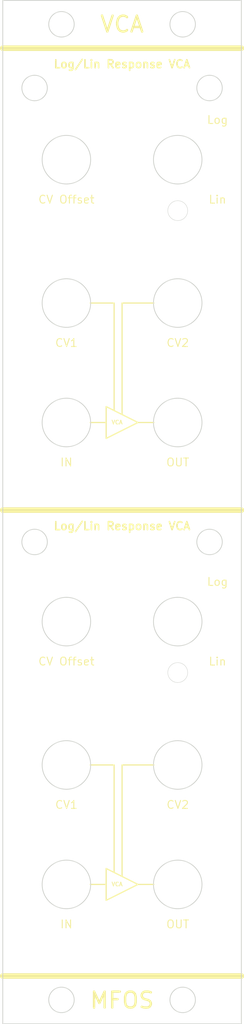
<source format=kicad_pcb>
(kicad_pcb (version 20221018) (generator pcbnew)
  (layers (0 "F.Cu" signal) (31 "B.Cu" signal) (34 "B.Paste" user) (35 "F.Paste" user) (36 "B.SilkS" user "B.Silkscreen") (37 "F.SilkS" user "F.Silkscreen") (38 "B.Mask" user) (39 "F.Mask" user) (44 "Edge.Cuts" user))
  (net 0 "")
  (footprint "Library:MTS-102 panel hole" (layer "F.Cu") (at 22 20 180)
    (fp_text reference "SW1" hide)
    (fp_text value "SW_SPDT" hide)
    (fp_circle (center 0 -6.4) (end 1.25 -6.4) (stroke (width 0.05)) (fill none) (layer "Edge.Cuts"))
    (fp_circle (center 0 0) (end 3.05 0) (stroke (width 0.1)) (fill none) (layer "Edge.Cuts"))
  )
  (footprint "Library:MTS-102 panel hole" (layer "F.Cu") (at 22 78 180)
    (fp_text reference "SW1" hide)
    (fp_text value "SW_SPDT" hide)
    (fp_circle (center 0 -6.4) (end 1.25 -6.4) (stroke (width 0.05)) (fill none) (layer "Edge.Cuts"))
    (fp_circle (center 0 0) (end 3.05 0) (stroke (width 0.1)) (fill none) (layer "Edge.Cuts"))
  )
  (gr_line (start 11 38) (end 14 38) (stroke (width 0.15)) (layer "F.SilkS"))
  (gr_line (start 11 53) (end 13 53) (stroke (width 0.15)) (layer "F.SilkS"))
  (gr_line (start 17 111) (end 13 109) (stroke (width 0.15)) (layer "F.SilkS"))
  (gr_line (start 11 96) (end 14 96) (stroke (width 0.15)) (layer "F.SilkS"))
  (gr_line (start 17 53) (end 19 53) (stroke (width 0.15)) (layer "F.SilkS"))
  (gr_line (start 15 96) (end 15 110) (stroke (width 0.15)) (layer "F.SilkS"))
  (gr_line (start 13 113) (end 17 111) (stroke (width 0.15)) (layer "F.SilkS"))
  (gr_line (start 13 51) (end 13 55) (stroke (width 0.15)) (layer "F.SilkS"))
  (gr_line (start 13 109) (end 13 113) (stroke (width 0.15)) (layer "F.SilkS"))
  (gr_line (start 17 111) (end 19 111) (stroke (width 0.15)) (layer "F.SilkS"))
  (gr_line (start 0 64) (end 30 64) (stroke (width 0.7)) (layer "F.SilkS"))
  (gr_line (start 17 53) (end 13 51) (stroke (width 0.15)) (layer "F.SilkS"))
  (gr_line (start 11 111) (end 13 111) (stroke (width 0.15)) (layer "F.SilkS"))
  (gr_line (start 13 55) (end 17 53) (stroke (width 0.15)) (layer "F.SilkS"))
  (gr_line (start 14 96) (end 14 109.5) (stroke (width 0.15)) (layer "F.SilkS"))
  (gr_line (start 19 38) (end 15 38) (stroke (width 0.15)) (layer "F.SilkS"))
  (gr_line (start 0 6) (end 30 6) (stroke (width 0.7)) (layer "F.SilkS"))
  (gr_line (start 15 38) (end 15 52) (stroke (width 0.15)) (layer "F.SilkS"))
  (gr_line (start 14 38) (end 14 51.5) (stroke (width 0.15)) (layer "F.SilkS"))
  (gr_line (start 19 96) (end 15 96) (stroke (width 0.15)) (layer "F.SilkS"))
  (gr_line (start 0 122.5) (end 30 122.5) (stroke (width 0.7)) (layer "F.SilkS"))
  (gr_circle (center 22 53) (end 25.05 53) (stroke (width 0.1)) (fill none) (layer "Edge.Cuts"))
  (gr_circle (center 4 68) (end 5.6 68) (stroke (width 0.1)) (fill none) (layer "Edge.Cuts"))
  (gr_rect (start 0 0) (end 30 128.5) (stroke (width 0.1)) (fill none) (layer "Edge.Cuts"))
  (gr_circle (center 22.62 125.5) (end 24.22 125.5) (stroke (width 0.1)) (fill none) (layer "Edge.Cuts"))
  (gr_circle (center 8 53) (end 11.05 53) (stroke (width 0.1)) (fill none) (layer "Edge.Cuts"))
  (gr_circle (center 22.62 3) (end 24.22 3) (stroke (width 0.1)) (fill none) (layer "Edge.Cuts"))
  (gr_circle (center 8 96) (end 11.05 96) (stroke (width 0.1)) (fill none) (layer "Edge.Cuts"))
  (gr_circle (center 8 20) (end 11.05 20) (stroke (width 0.1)) (fill none) (layer "Edge.Cuts"))
  (gr_circle (center 22 96) (end 25.05 96) (stroke (width 0.1)) (fill none) (layer "Edge.Cuts"))
  (gr_circle (center 22 38) (end 25.05 38) (stroke (width 0.1)) (fill none) (layer "Edge.Cuts"))
  (gr_circle (center 8 78) (end 11.05 78) (stroke (width 0.1)) (fill none) (layer "Edge.Cuts"))
  (gr_circle (center 8 111) (end 11.05 111) (stroke (width 0.1)) (fill none) (layer "Edge.Cuts"))
  (gr_circle (center 4 11) (end 5.6 11) (stroke (width 0.1)) (fill none) (layer "Edge.Cuts"))
  (gr_circle (center 26 11) (end 27.6 11) (stroke (width 0.1)) (fill none) (layer "Edge.Cuts"))
  (gr_circle (center 8 38) (end 11.05 38) (stroke (width 0.1)) (fill none) (layer "Edge.Cuts"))
  (gr_circle (center 7.38 3) (end 8.98 3) (stroke (width 0.1)) (fill none) (layer "Edge.Cuts"))
  (gr_circle (center 22 111) (end 25.05 111) (stroke (width 0.1)) (fill none) (layer "Edge.Cuts"))
  (gr_circle (center 7.38 125.5) (end 8.98 125.5) (stroke (width 0.1)) (fill none) (layer "Edge.Cuts"))
  (gr_circle (center 26 68) (end 27.6 68) (stroke (width 0.1)) (fill none) (layer "Edge.Cuts"))
  (gr_text "IN" (at 8 58) (layer "F.SilkS") (effects (font (size 1 1) (thickness 0.125))))
  (gr_text "VCA" (at 15 3) (layer "F.SilkS") (effects (font (size 2 2) (thickness 0.3))))
  (gr_text "CV Offset" (at 8 83) (layer "F.SilkS") (effects (font (size 1 1) (thickness 0.125))))
  (gr_text "MFOS" (at 15 125.548) (layer "F.SilkS") (effects (font (size 2 2) (thickness 0.3))))
  (gr_text "Log/Lin Response VCA" (at 15 8) (layer "F.SilkS") (effects (font (size 1 1) (thickness 0.2) bold)))
  (gr_text "IN" (at 8 116) (layer "F.SilkS") (effects (font (size 1 1) (thickness 0.125))))
  (gr_text "CV1" (at 8 43) (layer "F.SilkS") (effects (font (size 1 1) (thickness 0.125))))
  (gr_text "VCA" (at 14.375 52.975) (layer "F.SilkS") (effects (font (size 0.5 0.5) (thickness 0.1) bold)))
  (gr_text "CV Offset" (at 8 25) (layer "F.SilkS") (effects (font (size 1 1) (thickness 0.125))))
  (gr_text "OUT" (at 22 116) (layer "F.SilkS") (effects (font (size 1 1) (thickness 0.125))))
  (gr_text "CV2" (at 22 43) (layer "F.SilkS") (effects (font (size 1 1) (thickness 0.125))))
  (gr_text "VCA" (at 14.375 110.975) (layer "F.SilkS") (effects (font (size 0.5 0.5) (thickness 0.1) bold)))
  (gr_text "Log" (at 27 73) (layer "F.SilkS") (effects (font (size 1 1) (thickness 0.125))))
  (gr_text "Log" (at 27 15) (layer "F.SilkS") (effects (font (size 1 1) (thickness 0.125))))
  (gr_text "Log/Lin Response VCA" (at 15 66) (layer "F.SilkS") (effects (font (size 1 1) (thickness 0.2) bold)))
  (gr_text "CV2" (at 22 101) (layer "F.SilkS") (effects (font (size 1 1) (thickness 0.125))))
  (gr_text "Lin" (at 27 25) (layer "F.SilkS") (effects (font (size 1 1) (thickness 0.125))))
  (gr_text "OUT" (at 22 58) (layer "F.SilkS") (effects (font (size 1 1) (thickness 0.125))))
  (gr_text "Lin" (at 27 83) (layer "F.SilkS") (effects (font (size 1 1) (thickness 0.125))))
  (gr_text "CV1" (at 8 101) (layer "F.SilkS") (effects (font (size 1 1) (thickness 0.125))))
)
</source>
